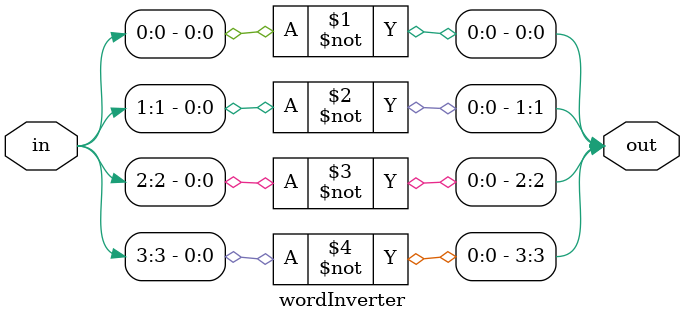
<source format=v>

module vector_multiplier #(parameter word_size=4, parameter array_size=51)(
    input [word_size*(array_size-5)/2-1:0] weight_vector,
    input [(array_size-5)/2-1:0] spin_vector,
    output [(array_size-5)*word_size/2-1:0] product_vector
);

    genvar i;
    generate
        for(i=0;i<(array_size-5)/2;i=i+1)begin
        spinMultiplier #(.word_size(word_size)) multiplier (
            .sign_magnitude(weight_vector[word_size*(i+1)-1-:word_size]),
            .spin_j(spin_vector[i]),
            .signed_out(product_vector[word_size*(i+1)-1-:word_size])
            );
        end
    endgenerate
endmodule

module spinMultiplier #(parameter word_size=4)(
    input [word_size-1:0] sign_magnitude,
    input spin_j,
    output [word_size-1:0] signed_out
);

generate
if(word_size==2)begin
//assign signed_out[0] = (sign_magnitude[0]);   // Tag.01 yhhong
assign signed_out[0] = (sign_magnitude[1]);   
//assign signed_out[1] = (sign_magnitude[0])?~( spin_j ^ sign_magnitude[1]):0;  // Tag.01 yhhong
assign signed_out[1] = (sign_magnitude[1])? ~( spin_j ^ (~sign_magnitude[0])):0;   
end
else begin
    wire sign;
    wire weight_sign;

    //assign weight_sign = sign_magnitude[word_size-1];
    assign weight_sign = ~sign_magnitude[0];
    assign sign = (weight_sign  ^ spin_j);

    wire [word_size-2:0] invertedInput;
    wire [word_size-1:0] negativeValue;
    wire [word_size-1:0] positiveValue;

    wordInverter #(.word_size(word_size-1)) inputInverter(.in(sign_magnitude[word_size-1:1]),.out(invertedInput));
    assign negativeValue = ({1'b1,invertedInput} + 1'b1);
    assign positiveValue = {1'b0,sign_magnitude[word_size-1:1]};

    assign signed_out = (sign)?positiveValue:negativeValue;
end
endgenerate
endmodule

module wordInverter #(parameter word_size=4)(
    input [word_size-1:0] in,
    output [word_size-1:0] out
);
genvar i;
generate
    for(i=0;i<word_size;i=i+1)begin
        assign out[i] = ~in[i];
    end
endgenerate
endmodule

</source>
